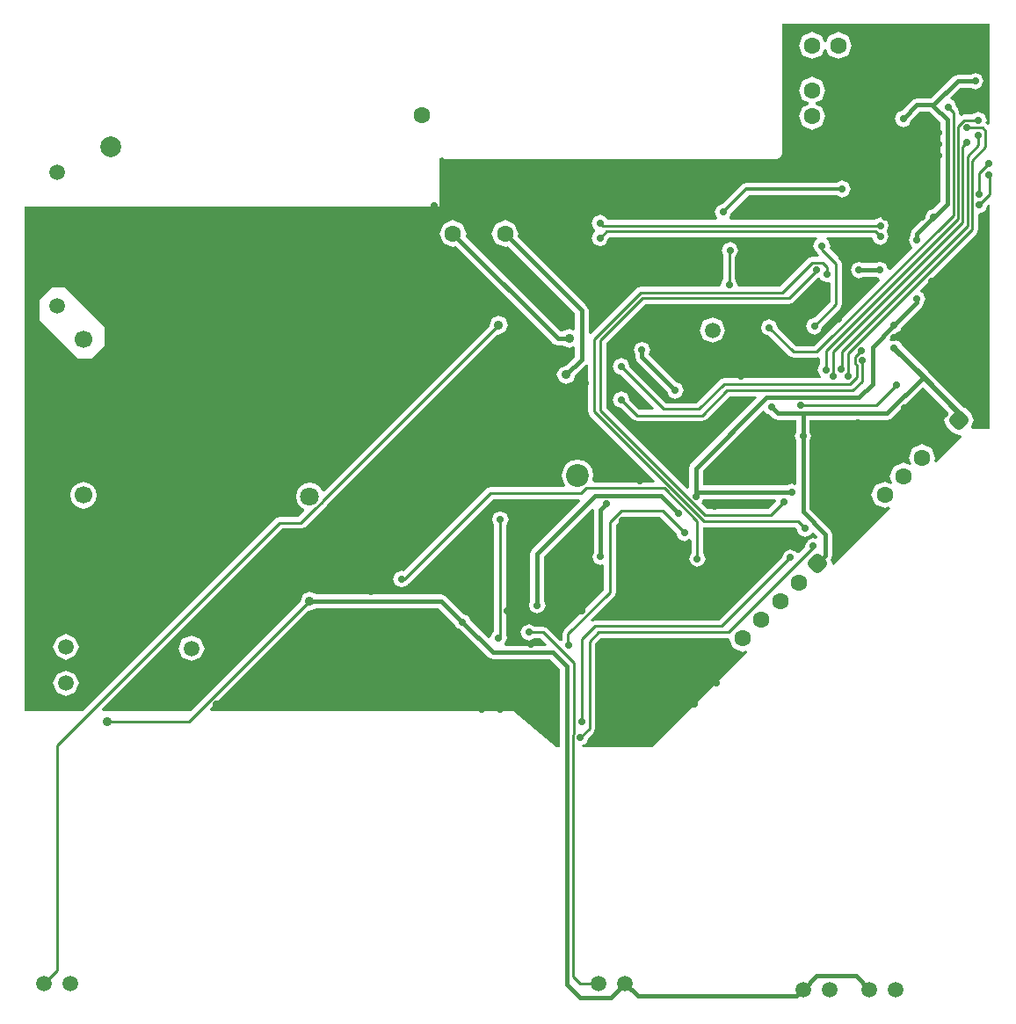
<source format=gbl>
G04 Layer_Physical_Order=2*
G04 Layer_Color=16711680*
%FSAX44Y44*%
%MOMM*%
G71*
G01*
G75*
%ADD10C,0.5000*%
%ADD13C,2.0000*%
%ADD46C,0.2500*%
%ADD47C,0.3000*%
%ADD48C,0.4000*%
%ADD49C,0.2540*%
%ADD59C,1.6000*%
G04:AMPARAMS|DCode=60|XSize=1.6mm|YSize=1.6mm|CornerRadius=0.4mm|HoleSize=0mm|Usage=FLASHONLY|Rotation=315.000|XOffset=0mm|YOffset=0mm|HoleType=Round|Shape=RoundedRectangle|*
%AMROUNDEDRECTD60*
21,1,1.6000,0.8000,0,0,315.0*
21,1,0.8000,1.6000,0,0,315.0*
1,1,0.8000,0.0000,-0.5657*
1,1,0.8000,-0.5657,0.0000*
1,1,0.8000,0.0000,0.5657*
1,1,0.8000,0.5657,0.0000*
%
%ADD60ROUNDEDRECTD60*%
%ADD61C,1.5000*%
%ADD62R,2.2000X2.2000*%
%ADD63C,2.2000*%
%ADD64C,1.7000*%
%ADD65C,1.8000*%
%ADD66C,0.7000*%
%ADD67C,0.6000*%
%ADD68C,0.9000*%
G36*
X01217894Y02254343D02*
X01217545Y02253500D01*
X01217560Y02253464D01*
X01210300Y02246204D01*
X01151452D01*
X01146153Y02251503D01*
X01146403Y02252760D01*
X01147748Y02256006D01*
X01216783D01*
X01217894Y02254343D01*
D02*
G37*
G36*
X01207201Y02340502D02*
X01207923Y02338760D01*
X01211842Y02337136D01*
X01215071Y02333908D01*
X01219663Y02332006D01*
X01237169D01*
Y02320420D01*
X01235545Y02316500D01*
X01237169Y02312580D01*
Y02270552D01*
X01235506Y02269440D01*
X01232663Y02270618D01*
X01228743Y02268994D01*
X01147157D01*
Y02282810D01*
X01205240Y02340892D01*
X01207201Y02340502D01*
D02*
G37*
G36*
X01383926Y02339287D02*
X01382480Y02337841D01*
X01379944Y02331718D01*
X01382480Y02325595D01*
X01388137Y02319939D01*
X01394260Y02317402D01*
X01395250Y02317812D01*
X01396364Y02316151D01*
X01371515Y02291122D01*
X01369850Y02292230D01*
X01371328Y02295797D01*
X01367524Y02304982D01*
X01358339Y02308786D01*
X01349155Y02304982D01*
X01345351Y02295797D01*
X01347866Y02289724D01*
X01346452Y02288310D01*
X01340379Y02290826D01*
X01331194Y02287021D01*
X01327390Y02277837D01*
X01329906Y02271764D01*
X01328492Y02270349D01*
X01322418Y02272865D01*
X01313234Y02269061D01*
X01309430Y02259876D01*
X01313234Y02250692D01*
X01322418Y02246888D01*
X01326527Y02248589D01*
X01327641Y02246929D01*
X01273543Y02192438D01*
X01271925Y02193515D01*
X01270267Y02197518D01*
X01271794Y02201205D01*
Y02221863D01*
X01269892Y02226456D01*
X01250157Y02246190D01*
Y02312580D01*
X01251781Y02316500D01*
X01250157Y02320420D01*
Y02332006D01*
X01324663D01*
X01329255Y02333908D01*
X01359280Y02363933D01*
X01383926Y02339287D01*
D02*
G37*
G36*
X01171793Y02121770D02*
X01173322Y02120361D01*
X01176583Y02112488D01*
X01185767Y02108684D01*
X01188933Y02109995D01*
X01190047Y02108334D01*
X01099147Y02016774D01*
X01031360D01*
X01030962Y02018774D01*
X01035153Y02020510D01*
X01037531Y02026250D01*
X01037507Y02026308D01*
X01041931Y02030732D01*
X01043596Y02034750D01*
Y02116396D01*
X01049054Y02121855D01*
X01170931D01*
X01171793Y02121770D01*
D02*
G37*
G36*
X00908299Y02135679D02*
X00909923Y02131760D01*
X00913842Y02130136D01*
X00940571Y02103408D01*
X00945163Y02101506D01*
X00999973D01*
X01009719Y02091760D01*
Y02016774D01*
X01006420D01*
X00964420Y02051774D01*
X00673040Y02051774D01*
X00672275Y02053622D01*
X00767454Y02148801D01*
X00768663Y02148300D01*
X00775169Y02150994D01*
X00775173Y02151006D01*
X00892973D01*
X00908299Y02135679D01*
D02*
G37*
G36*
X01121569Y02223558D02*
X01121545Y02223500D01*
X01123923Y02217760D01*
X01129663Y02215382D01*
X01134230Y02217274D01*
X01136230Y02215974D01*
Y02204264D01*
X01136173Y02204240D01*
X01133795Y02198500D01*
X01136173Y02192760D01*
X01141913Y02190382D01*
X01147653Y02192760D01*
X01150031Y02198500D01*
X01147653Y02204240D01*
X01147596Y02204264D01*
Y02228250D01*
X01148413Y02228796D01*
X01236207D01*
X01237545Y02227500D01*
X01239923Y02221760D01*
X01245663Y02219382D01*
X01251403Y02221760D01*
X01252125Y02223502D01*
X01254087Y02223892D01*
X01257974Y02220005D01*
X01257894Y02219029D01*
X01255793Y02217734D01*
X01253661Y02218617D01*
X01247921Y02216239D01*
X01245544Y02210499D01*
X01245861Y02209734D01*
X01239837Y02203710D01*
X01237875Y02204100D01*
X01237403Y02205240D01*
X01231663Y02207618D01*
X01225923Y02205240D01*
X01223545Y02199500D01*
X01223569Y02199442D01*
X01163309Y02139183D01*
X01043413D01*
X01040572Y02138006D01*
X01039452Y02139707D01*
X01061681Y02161936D01*
X01063346Y02165954D01*
Y02231146D01*
X01071017Y02238817D01*
X01106309D01*
X01121569Y02223558D01*
D02*
G37*
G36*
X01423424Y02538877D02*
X01423792Y02538724D01*
Y02323503D01*
X01406561Y02323503D01*
X01405796Y02325351D01*
X01406040Y02325595D01*
X01408576Y02331718D01*
X01406040Y02337841D01*
X01400383Y02343498D01*
X01399071Y02344041D01*
X01364638Y02378475D01*
X01338486Y02404627D01*
X01337403Y02407240D01*
X01331663Y02409618D01*
X01328472Y02408296D01*
X01327339Y02409992D01*
X01333484Y02416136D01*
X01337403Y02417760D01*
X01339027Y02421679D01*
X01358255Y02440908D01*
X01358943Y02442569D01*
X01359403Y02442760D01*
X01361781Y02448500D01*
X01359403Y02454240D01*
X01356849Y02455298D01*
X01356459Y02457260D01*
X01410727Y02511528D01*
X01412391Y02515546D01*
Y02530209D01*
X01413459Y02530922D01*
X01419199Y02533300D01*
X01421577Y02539040D01*
X01423424Y02538877D01*
D02*
G37*
G36*
X01423792Y02617235D02*
X01421792Y02616407D01*
X01420681Y02617518D01*
X01419712Y02617920D01*
X01420781Y02620500D01*
X01418403Y02626240D01*
X01412663Y02628618D01*
X01406923Y02626240D01*
X01406899Y02626183D01*
X01398663D01*
X01396346Y02625222D01*
X01394346Y02626559D01*
Y02628500D01*
X01392681Y02632518D01*
X01391757Y02633442D01*
X01391781Y02633500D01*
X01389403Y02639240D01*
X01386247Y02640548D01*
X01385857Y02642509D01*
X01395353Y02652006D01*
X01405743D01*
X01409663Y02650382D01*
X01415403Y02652760D01*
X01417781Y02658500D01*
X01415403Y02664240D01*
X01409663Y02666618D01*
X01405743Y02664995D01*
X01392663D01*
X01388071Y02663092D01*
X01366973Y02641994D01*
X01353663D01*
X01349071Y02640092D01*
X01338592Y02629614D01*
X01334673Y02627990D01*
X01332295Y02622250D01*
X01334673Y02616510D01*
X01340413Y02614132D01*
X01346153Y02616510D01*
X01347777Y02620429D01*
X01356353Y02629006D01*
X01365973D01*
X01376169Y02618810D01*
Y02542690D01*
X01368696Y02535217D01*
X01363923Y02533240D01*
X01361946Y02528467D01*
X01349071Y02515592D01*
X01347169Y02511000D01*
Y02509420D01*
X01345545Y02505500D01*
X01347923Y02499760D01*
X01348355Y02499581D01*
X01348746Y02497619D01*
X01327629Y02476502D01*
X01325493Y02477195D01*
X01323403Y02482240D01*
X01317663Y02484618D01*
X01313743Y02482994D01*
X01301583D01*
X01297663Y02484618D01*
X01291923Y02482240D01*
X01289545Y02476500D01*
X01291923Y02470760D01*
X01297663Y02468382D01*
X01301583Y02470006D01*
X01313743D01*
X01316968Y02468670D01*
X01317661Y02466534D01*
X01254309Y02403183D01*
X01237017D01*
X01219257Y02420942D01*
X01219281Y02421000D01*
X01216903Y02426740D01*
X01211163Y02429118D01*
X01205423Y02426740D01*
X01203045Y02421000D01*
X01205423Y02415260D01*
X01211163Y02412882D01*
X01211221Y02412906D01*
X01230645Y02393482D01*
X01234663Y02391817D01*
X01256663D01*
X01258317Y02392503D01*
X01259980Y02391392D01*
Y02386264D01*
X01259923Y02386240D01*
X01257545Y02380500D01*
X01259923Y02374760D01*
X01261316Y02374183D01*
X01260919Y02372183D01*
X01167663D01*
X01163645Y02370518D01*
X01141309Y02348183D01*
X01112017D01*
X01076757Y02383442D01*
X01076781Y02383500D01*
X01074403Y02389240D01*
X01068663Y02391618D01*
X01062923Y02389240D01*
X01060545Y02383500D01*
X01062923Y02377760D01*
X01068663Y02375382D01*
X01068721Y02375406D01*
X01100096Y02344030D01*
X01099331Y02342183D01*
X01086017D01*
X01076757Y02351442D01*
X01076781Y02351500D01*
X01074403Y02357240D01*
X01068663Y02359618D01*
X01062923Y02357240D01*
X01060545Y02351500D01*
X01062923Y02345760D01*
X01068663Y02343382D01*
X01068721Y02343406D01*
X01079645Y02332482D01*
X01083663Y02330818D01*
X01146663D01*
X01150681Y02332482D01*
X01173017Y02354818D01*
X01198183D01*
X01198948Y02352970D01*
X01136071Y02290092D01*
X01134169Y02285500D01*
Y02266316D01*
X01132169Y02265487D01*
X01054367Y02343289D01*
Y02406387D01*
X01091776Y02443796D01*
X01230663D01*
X01230663Y02443796D01*
X01234697Y02445466D01*
X01257947Y02468717D01*
X01260128Y02468678D01*
X01260923Y02466760D01*
X01266663Y02464382D01*
X01268317Y02465067D01*
X01269980Y02463956D01*
Y02445854D01*
X01254721Y02430594D01*
X01254663Y02430618D01*
X01248923Y02428240D01*
X01246545Y02422500D01*
X01248923Y02416760D01*
X01254663Y02414382D01*
X01260403Y02416760D01*
X01262781Y02422500D01*
X01262757Y02422558D01*
X01279681Y02439482D01*
X01281346Y02443500D01*
Y02482750D01*
X01279681Y02486768D01*
X01269055Y02497394D01*
X01270031Y02499750D01*
X01267653Y02505490D01*
X01266260Y02506068D01*
X01266657Y02508067D01*
X01310328D01*
X01312423Y02503010D01*
X01318163Y02500632D01*
X01323903Y02503010D01*
X01326281Y02508750D01*
X01324296Y02513543D01*
X01326572Y02519039D01*
X01324194Y02524779D01*
X01318454Y02527157D01*
X01312714Y02524779D01*
X01312690Y02524722D01*
X01173678D01*
X01172882Y02526722D01*
X01174918Y02531636D01*
X01191829Y02548547D01*
X01276437D01*
X01281663Y02546382D01*
X01287403Y02548760D01*
X01289781Y02554500D01*
X01287403Y02560240D01*
X01281663Y02562618D01*
X01276437Y02560453D01*
X01189363D01*
X01185154Y02558710D01*
X01166499Y02540055D01*
X01161273Y02537890D01*
X01158895Y02532150D01*
X01161144Y02526722D01*
X01160348Y02524722D01*
X01054947D01*
X01053903Y02527240D01*
X01048163Y02529618D01*
X01042423Y02527240D01*
X01040045Y02521500D01*
X01042423Y02515760D01*
X01043352Y02515375D01*
Y02513375D01*
X01042423Y02512990D01*
X01040045Y02507250D01*
X01042423Y02501510D01*
X01048163Y02499132D01*
X01053903Y02501510D01*
X01056281Y02507250D01*
X01058107Y02508067D01*
X01257169D01*
X01257566Y02506068D01*
X01256173Y02505490D01*
X01253795Y02499750D01*
X01256173Y02494010D01*
X01257488Y02493465D01*
X01257895Y02492482D01*
X01259325Y02491052D01*
X01258559Y02489204D01*
X01252663D01*
X01252663Y02489204D01*
X01248630Y02487534D01*
X01248630Y02487534D01*
X01221530Y02460434D01*
X01181725D01*
X01180614Y02462097D01*
X01180781Y02462500D01*
X01178403Y02468240D01*
X01178346Y02468264D01*
Y02489425D01*
X01179153Y02489760D01*
X01181531Y02495500D01*
X01179153Y02501240D01*
X01173413Y02503618D01*
X01167673Y02501240D01*
X01165295Y02495500D01*
X01166981Y02491431D01*
Y02468264D01*
X01166923Y02468240D01*
X01164545Y02462500D01*
X01164712Y02462097D01*
X01163601Y02460434D01*
X01087352D01*
X01083318Y02458763D01*
X01083318Y02458763D01*
X01039157Y02414603D01*
X01037157Y02415349D01*
Y02437500D01*
X01035255Y02442092D01*
X00968538Y02508810D01*
X00969652Y02511500D01*
X00965847Y02520684D01*
X00956663Y02524489D01*
X00947479Y02520684D01*
X00943674Y02511500D01*
X00947479Y02502316D01*
X00956663Y02498511D01*
X00959353Y02499626D01*
X01024169Y02434810D01*
Y02419220D01*
X01022506Y02418109D01*
X01018663Y02419700D01*
X01012158Y02417006D01*
X01010305Y02417042D01*
X00918537Y02508810D01*
X00919652Y02511500D01*
X00915847Y02520684D01*
X00906663Y02524489D01*
X00897479Y02520684D01*
X00893674Y02511500D01*
X00897479Y02502316D01*
X00906663Y02498511D01*
X00909353Y02499626D01*
X01003071Y02405908D01*
X01007663Y02404006D01*
X01012153D01*
X01012157Y02403994D01*
X01018663Y02401300D01*
X01022506Y02402891D01*
X01024169Y02401780D01*
Y02393190D01*
X01015674Y02384696D01*
X01015663Y02384700D01*
X01009157Y02382006D01*
X01006463Y02375500D01*
X01009157Y02368994D01*
X01015663Y02366300D01*
X01022169Y02368994D01*
X01024863Y02375500D01*
X01024859Y02375511D01*
X01034959Y02385611D01*
X01036959Y02385192D01*
Y02340250D01*
X01036959Y02340250D01*
X01038630Y02336216D01*
X01101066Y02273780D01*
X01100300Y02271933D01*
X01042537D01*
X01041048Y02273933D01*
X01041957Y02278500D01*
X01040793Y02284353D01*
X01037477Y02289314D01*
X01032516Y02292630D01*
X01026663Y02293794D01*
X01020810Y02292630D01*
X01015849Y02289314D01*
X01012533Y02284353D01*
X01011369Y02278500D01*
X01012533Y02272647D01*
X01014848Y02269183D01*
X01013779Y02267183D01*
X00942663D01*
X00938645Y02265518D01*
X00859092Y02185965D01*
X00856913Y02186868D01*
X00851173Y02184490D01*
X00848795Y02178750D01*
X00851173Y02173010D01*
X00856913Y02170632D01*
X00862653Y02173010D01*
X00863250Y02174449D01*
X00863931Y02174732D01*
X00945017Y02255818D01*
X01028218D01*
X01029046Y02253817D01*
X00983071Y02207842D01*
X00981169Y02203250D01*
Y02157420D01*
X00979545Y02153500D01*
X00981923Y02147760D01*
X00987663Y02145382D01*
X00993403Y02147760D01*
X00995781Y02153500D01*
X00994157Y02157420D01*
Y02200560D01*
X01040645Y02247047D01*
X01042340Y02245915D01*
X01042169Y02245500D01*
Y02204420D01*
X01040545Y02200500D01*
X01042923Y02194760D01*
X01048663Y02192382D01*
X01050318Y02193067D01*
X01051981Y02191956D01*
Y02168308D01*
X01013418Y02129745D01*
X01011753Y02125727D01*
Y02120228D01*
X01011554Y02119747D01*
X01009593Y02119357D01*
X00997431Y02131518D01*
X00993413Y02133183D01*
X00985427D01*
X00985403Y02133240D01*
X00979663Y02135618D01*
X00973923Y02133240D01*
X00971545Y02127500D01*
X00973923Y02121760D01*
X00979663Y02119382D01*
X00985403Y02121760D01*
X00985427Y02121817D01*
X00991059D01*
X00996535Y02116342D01*
X00995769Y02114494D01*
X00957251D01*
X00956500Y02116494D01*
X00958781Y02122000D01*
X00957596Y02124862D01*
Y02230132D01*
X00957903Y02230260D01*
X00960281Y02236000D01*
X00957903Y02241740D01*
X00952163Y02244118D01*
X00946423Y02241740D01*
X00944045Y02236000D01*
X00946230Y02230724D01*
Y02128282D01*
X00944923Y02127740D01*
X00942730Y02122446D01*
X00940697Y02121650D01*
X00923027Y02139321D01*
X00921403Y02143240D01*
X00917484Y02144864D01*
X00900255Y02162092D01*
X00895663Y02163994D01*
X00775173D01*
X00775169Y02164006D01*
X00768663Y02166700D01*
X00762157Y02164006D01*
X00759463Y02157500D01*
X00759644Y02157063D01*
X00654354Y02051774D01*
X00568886Y02051774D01*
X00568121Y02053622D01*
X00741817Y02227318D01*
X00760163D01*
X00764181Y02228982D01*
X00777202Y02242003D01*
X00777755Y02242232D01*
X00784931Y02249408D01*
X00785160Y02249961D01*
X00949840Y02414641D01*
X00950663Y02414300D01*
X00957169Y02416994D01*
X00959863Y02423500D01*
X00957169Y02430006D01*
X00950663Y02432700D01*
X00944157Y02430006D01*
X00941463Y02423500D01*
X00941804Y02422677D01*
X00782777Y02263651D01*
X00780493Y02264195D01*
X00778036Y02267872D01*
X00773735Y02270746D01*
X00768663Y02271755D01*
X00763591Y02270746D01*
X00759291Y02267872D01*
X00756417Y02263572D01*
X00755408Y02258500D01*
X00756417Y02253428D01*
X00759291Y02249128D01*
X00762968Y02246670D01*
X00763512Y02244386D01*
X00757809Y02238683D01*
X00739463D01*
X00735445Y02237018D01*
X00550201Y02051774D01*
X00493534D01*
Y02537890D01*
X00891792Y02537890D01*
X00893273Y02537890D01*
X00893663Y02537500D01*
X00893792Y02537629D01*
X00893792Y02539675D01*
Y02583869D01*
X00895792Y02584818D01*
X00898663Y02583629D01*
X01218663D01*
X01222107Y02585056D01*
X01223534Y02588500D01*
Y02713629D01*
X01423792D01*
Y02617235D01*
D02*
G37*
%LPC*%
G36*
X00533663Y02125948D02*
X00524861Y02122302D01*
X00521216Y02113500D01*
X00524861Y02104698D01*
X00533663Y02101053D01*
X00542465Y02104698D01*
X00546110Y02113500D01*
X00542465Y02122302D01*
X00533663Y02125948D01*
D02*
G37*
G36*
X00654663Y02124447D02*
X00645861Y02120802D01*
X00642215Y02112000D01*
X00645861Y02103198D01*
X00654663Y02099552D01*
X00663465Y02103198D01*
X00667111Y02112000D01*
X00663465Y02120802D01*
X00654663Y02124447D01*
D02*
G37*
G36*
X01277663Y02705739D02*
X01268479Y02701935D01*
X01266163Y02696344D01*
X01264163D01*
X01261847Y02701935D01*
X01252663Y02705739D01*
X01243479Y02701935D01*
X01239674Y02692750D01*
X01243479Y02683566D01*
X01252663Y02679761D01*
X01261847Y02683566D01*
X01264163Y02689156D01*
X01266163D01*
X01268479Y02683566D01*
X01277663Y02679761D01*
X01286847Y02683566D01*
X01290652Y02692750D01*
X01286847Y02701935D01*
X01277663Y02705739D01*
D02*
G37*
G36*
X00533663Y02090948D02*
X00524861Y02087302D01*
X00521216Y02078500D01*
X00524861Y02069698D01*
X00533663Y02066053D01*
X00542465Y02069698D01*
X00546110Y02078500D01*
X00542465Y02087302D01*
X00533663Y02090948D01*
D02*
G37*
G36*
X00532663Y02459500D02*
X00519913D01*
X00507913Y02447500D01*
X00507913Y02428000D01*
X00544663Y02391250D01*
X00557913Y02391250D01*
X00570663Y02404000D01*
Y02421500D01*
X00532663Y02459500D01*
D02*
G37*
G36*
X01088663Y02407618D02*
X01082923Y02405240D01*
X01080545Y02399500D01*
X01082169Y02395580D01*
Y02392500D01*
X01084071Y02387908D01*
X01113299Y02358679D01*
X01114923Y02354760D01*
X01120663Y02352382D01*
X01126403Y02354760D01*
X01128781Y02360500D01*
X01126403Y02366240D01*
X01122484Y02367864D01*
X01095157Y02395190D01*
Y02395580D01*
X01096781Y02399500D01*
X01094403Y02405240D01*
X01088663Y02407618D01*
D02*
G37*
G36*
X00550663Y02272245D02*
X00545786Y02271275D01*
X00541651Y02268512D01*
X00538888Y02264377D01*
X00537918Y02259500D01*
X00538888Y02254623D01*
X00541651Y02250488D01*
X00545786Y02247725D01*
X00550663Y02246755D01*
X00555540Y02247725D01*
X00559675Y02250488D01*
X00562438Y02254623D01*
X00563408Y02259500D01*
X00562438Y02264377D01*
X00559675Y02268512D01*
X00555540Y02271275D01*
X00550663Y02272245D01*
D02*
G37*
G36*
X01252663Y02662489D02*
X01243479Y02658684D01*
X01239674Y02649500D01*
X01243479Y02640316D01*
X01249069Y02638000D01*
Y02636000D01*
X01243479Y02633684D01*
X01239674Y02624500D01*
X01243479Y02615316D01*
X01252663Y02611511D01*
X01261847Y02615316D01*
X01265652Y02624500D01*
X01261847Y02633684D01*
X01256257Y02636000D01*
Y02638000D01*
X01261847Y02640316D01*
X01265652Y02649500D01*
X01261847Y02658684D01*
X01252663Y02662489D01*
D02*
G37*
G36*
X01156663Y02430948D02*
X01147861Y02427302D01*
X01144215Y02418500D01*
X01147861Y02409698D01*
X01156663Y02406053D01*
X01165465Y02409698D01*
X01169110Y02418500D01*
X01165465Y02427302D01*
X01156663Y02430948D01*
D02*
G37*
%LPD*%
D10*
X01359663Y02373500D02*
X01394260Y02338903D01*
X01331663Y02401500D02*
X01359663Y02373500D01*
X01394260Y02331718D02*
Y02338903D01*
D13*
X00576663Y02595500D02*
D03*
X00598663Y02495500D02*
D03*
D46*
X01172663Y02462500D02*
Y02496750D01*
X01173413D01*
X01423705Y02549286D02*
Y02568292D01*
X00951913Y02122000D02*
Y02235750D01*
X01030913Y02041500D02*
Y02120500D01*
X01030663Y02120750D02*
X01030913Y02120500D01*
X01030663Y02120750D02*
X01043413Y02133500D01*
X01022913Y02029296D02*
Y02098000D01*
X01037913Y02034750D02*
Y02118750D01*
X01029413Y02026250D02*
X01037913Y02034750D01*
X01022663Y01795500D02*
X01028663Y01789500D01*
X01022663Y01795500D02*
Y02029046D01*
X01022913Y02029296D01*
X00856913Y02178750D02*
X00859913D01*
X00942663Y02261500D01*
X01313163Y02513750D02*
X01318163Y02508750D01*
X01054663Y02513750D02*
X01313163D01*
X01048163Y02507250D02*
X01054663Y02513750D01*
X01141913Y02198500D02*
Y02234608D01*
X01110271Y02266250D02*
X01141913Y02234608D01*
X01034566Y02266250D02*
X01110271D01*
X01029816Y02261500D02*
X01034566Y02266250D01*
X00942663Y02261500D02*
X01029816D01*
X00993413Y02127500D02*
X01022913Y02098000D01*
X00979663Y02127500D02*
X00993413D01*
X00950663Y02122000D02*
X00951913D01*
Y02235750D02*
X00952163Y02236000D01*
X01017436Y02115977D02*
X01017913Y02115500D01*
X01017436Y02115977D02*
Y02125727D01*
X01057663Y02165954D01*
Y02233500D01*
X01046700Y02127537D02*
X01171700D01*
X01037913Y02118750D02*
X01046700Y02127537D01*
X01043413Y02133500D02*
X01165663D01*
X01028663Y01789500D02*
X01046963D01*
X01173413Y02495500D02*
Y02496750D01*
X01050624Y02519039D02*
X01318454D01*
X01287663Y02396500D02*
X01406709Y02515546D01*
Y02581846D01*
X01402209Y02519046D02*
Y02586046D01*
X01397709Y02522546D02*
Y02595546D01*
X01393209Y02526046D02*
Y02615045D01*
X01388663Y02529500D02*
Y02628500D01*
X01265663Y02398500D02*
X01393209Y02526046D01*
X01256663Y02397500D02*
X01388663Y02529500D01*
X01422459Y02568292D02*
X01423705D01*
X01280913Y02397750D02*
X01402209Y02519046D01*
X01272661Y02397498D02*
X01397709Y02522546D01*
X00760163Y02233000D02*
X00773413Y02246250D01*
X00739463Y02233000D02*
X00760163D01*
X00524913Y02018450D02*
X00739463Y02233000D01*
X00780913Y02253750D02*
X00950663Y02423500D01*
X00780913Y02253426D02*
Y02253750D01*
X00773737Y02246250D02*
X00780913Y02253426D01*
X00773413Y02246250D02*
X00773737D01*
X01393209Y02615045D02*
X01398663Y02620500D01*
X01397709Y02595546D02*
X01401663Y02599500D01*
X01402209Y02586046D02*
X01412663Y02596500D01*
X01406709Y02581846D02*
X01419663Y02594800D01*
X01287663Y02374500D02*
Y02396500D01*
X01280913Y02381750D02*
Y02397750D01*
X01234663Y02397500D02*
X01256663D01*
X01401663Y02613500D02*
X01416663D01*
X01398663Y02620500D02*
X01412663D01*
X00573663Y02041500D02*
X00652117D01*
X00768117Y02157500D01*
X00768663D01*
X01211163Y02421000D02*
X01234663Y02397500D01*
X01314163Y02346000D02*
X01333663Y02365500D01*
X01241663Y02346000D02*
X01314163D01*
X01171700Y02127537D02*
X01253661Y02209498D01*
Y02210499D01*
X01165663Y02133500D02*
X01231663Y02199500D01*
Y02199500D02*
Y02199500D01*
X01069663Y02233500D02*
X01084663Y02218500D01*
X01069663Y02233500D02*
Y02235500D01*
X01057663Y02233500D02*
X01068663Y02244500D01*
X01300661Y02369498D02*
Y02389499D01*
X01068663Y02383500D02*
X01069663D01*
X01412663Y02596500D02*
Y02606500D01*
X01280163Y02381000D02*
X01280913Y02381750D01*
X01416663Y02613500D02*
X01419663Y02610500D01*
Y02594800D02*
Y02610500D01*
X01293911Y02386703D02*
Y02392748D01*
X01299663Y02398500D01*
X01272661Y02374499D02*
Y02397498D01*
X01265663Y02380500D02*
Y02398500D01*
X01068663Y02244500D02*
X01108663D01*
X01129663Y02223500D01*
X01068663Y02383500D02*
X01109663Y02342500D01*
X01143663D01*
X01167663Y02366500D01*
X01289209D01*
X01146663Y02336500D02*
X01170663Y02360500D01*
X01291663D01*
X01300661Y02369498D01*
X01383663Y02633500D02*
X01388663Y02628500D01*
X00512963Y01789500D02*
X00524913Y01801450D01*
Y02018450D01*
X01068663Y02351500D02*
X01083663Y02336500D01*
X01146663D01*
X01289209Y02366500D02*
X01295913Y02373204D01*
Y02384701D01*
X01293911Y02386703D02*
X01295913Y02384701D01*
X01413459Y02539040D02*
X01423705Y02549286D01*
X01413459Y02549291D02*
Y02569792D01*
X01422459Y02578792D01*
X01261913Y02496500D02*
Y02499750D01*
Y02496500D02*
X01275663Y02482750D01*
X01254663Y02422500D02*
X01275663Y02443500D01*
Y02482750D01*
X01048163Y02521500D02*
X01050624Y02519039D01*
D47*
X01167013Y02532150D02*
X01189363Y02554500D01*
X01281663D01*
D48*
X01237463Y01777000D02*
X01243963Y01783500D01*
X01294963Y01796500D02*
X01307963Y01783500D01*
X01243963D02*
X01256963Y01796500D01*
X01043413Y02259000D02*
X01107163D01*
X00987663Y02203250D02*
X01043413Y02259000D01*
X00987663Y02153500D02*
Y02203250D01*
X01107163Y02259000D02*
X01123663Y02242500D01*
X01359663Y02373500D02*
X01359913Y02373750D01*
X01324663Y02338500D02*
X01359663Y02373500D01*
X01016213Y01788200D02*
Y02094450D01*
X01002663Y02108000D02*
X01016213Y02094450D01*
X00945163Y02108000D02*
X01002663D01*
X00915663Y02137500D02*
X00945163Y02108000D01*
X01058563Y01775700D02*
X01072363Y01789500D01*
X01028713Y01775700D02*
X01058563D01*
X01016213Y01788200D02*
X01028713Y01775700D01*
X01353663Y02445500D02*
Y02448500D01*
X01084863Y01777000D02*
X01237463D01*
X01072363Y01789500D02*
X01084863Y01777000D01*
X01353663Y02505500D02*
Y02511000D01*
X01030663Y02390500D02*
Y02437500D01*
X01015663Y02375500D02*
X01030663Y02390500D01*
X00956663Y02511500D02*
X01030663Y02437500D01*
X01243663Y02338500D02*
X01324663D01*
X01219663D02*
X01243663D01*
X01213663Y02344500D02*
X01219663Y02338500D01*
X01243663Y02316500D02*
Y02338500D01*
X01257609Y02193515D02*
X01265300Y02201205D01*
Y02221863D01*
X01256963Y01796500D02*
X01294963D01*
X01392663Y02658500D02*
X01409663D01*
X01369663Y02635500D02*
X01392663Y02658500D01*
X01353663Y02635500D02*
X01369663D01*
X01340413Y02622250D02*
X01353663Y02635500D01*
X01048663Y02200500D02*
Y02245500D01*
X01054663Y02251500D01*
X01297663Y02476500D02*
X01317663D01*
X01310663Y02366500D02*
Y02402500D01*
X01331663Y02423500D01*
Y02423500D01*
X01353663Y02445500D01*
X01208663Y02353500D02*
X01297663D01*
X01140663Y02285500D02*
X01208663Y02353500D01*
X01297663D02*
X01310663Y02366500D01*
X01243663Y02243500D02*
Y02316500D01*
Y02243500D02*
X01265300Y02221863D01*
X01141663Y02262500D02*
X01232663D01*
X01140663Y02263500D02*
X01141663Y02262500D01*
X01140663Y02258500D02*
Y02263500D01*
Y02285500D01*
X01369663Y02634500D02*
X01382663Y02621500D01*
X01369663Y02634500D02*
Y02635500D01*
X00906663Y02511500D02*
X01007663Y02410500D01*
X01018663D01*
X01088663Y02392500D02*
Y02399500D01*
Y02392500D02*
X01120663Y02360500D01*
X01382663Y02540000D02*
Y02621500D01*
X00768663Y02157500D02*
X00895663D01*
X00915663Y02137500D01*
X01353663Y02511000D02*
X01382663Y02540000D01*
D49*
X01148413Y02234500D02*
X01238663D01*
X01042663Y02340250D02*
X01148413Y02234500D01*
X01042663Y02340250D02*
Y02410041D01*
X01149089Y02240500D02*
X01212663D01*
X01048663Y02340926D02*
Y02408750D01*
Y02340926D02*
X01149089Y02240500D01*
X01042663Y02410041D02*
X01087352Y02454730D01*
X01223893D02*
X01252663Y02483500D01*
X01087352Y02454730D02*
X01223893D01*
X01256663Y02475500D02*
Y02476500D01*
X01230663Y02449500D02*
X01256663Y02475500D01*
X01212663Y02240500D02*
X01225663Y02253500D01*
X01238663Y02234500D02*
X01245663Y02227500D01*
X01252663Y02483500D02*
X01262663D01*
X01266663Y02479500D01*
Y02472500D02*
Y02479500D01*
X01048663Y02408750D02*
X01089413Y02449500D01*
X01230663D01*
D59*
X01203728Y02139633D02*
D03*
X01239649Y02175554D02*
D03*
X01185767Y02121673D02*
D03*
X01221688Y02157594D02*
D03*
X01167807Y02103712D02*
D03*
X01322418Y02259876D02*
D03*
X01340379Y02277837D02*
D03*
X01376300Y02313758D02*
D03*
X01358339Y02295797D02*
D03*
X00824663Y02063500D02*
D03*
X00956663Y02511500D02*
D03*
X00906663D02*
D03*
X00876663Y02625500D02*
D03*
X01252663Y02649500D02*
D03*
Y02624500D02*
D03*
Y02692750D02*
D03*
X01277663D02*
D03*
D60*
X01257609Y02193515D02*
D03*
X01394260Y02331718D02*
D03*
D61*
X01156663Y02468500D02*
D03*
Y02418500D02*
D03*
X00654663Y02112000D02*
D03*
Y02077000D02*
D03*
X00533663Y02113500D02*
D03*
Y02078500D02*
D03*
X00525663Y02570790D02*
D03*
Y02442210D02*
D03*
X01333363Y01783500D02*
D03*
X01307963D02*
D03*
X01269363D02*
D03*
X01243963D02*
D03*
X00512963Y01789500D02*
D03*
X00538363D02*
D03*
X01046963Y01789500D02*
D03*
X01072363D02*
D03*
D62*
X01278663Y02278500D02*
D03*
Y02303500D02*
D03*
Y02253500D02*
D03*
D63*
X01026663Y02278500D02*
D03*
D64*
X00550663Y02409500D02*
D03*
Y02259500D02*
D03*
D65*
X00768663Y02258500D02*
D03*
D66*
X00934163Y02053500D02*
D03*
X00951663D02*
D03*
X00986663Y02053000D02*
D03*
X00910663Y02055500D02*
D03*
X00934163Y02079750D02*
D03*
X00954163D02*
D03*
X00971913D02*
D03*
X00988413D02*
D03*
X01006413D02*
D03*
X01083913Y02054250D02*
D03*
X01066413Y02053250D02*
D03*
X01047163Y02079500D02*
D03*
X01068663Y02079750D02*
D03*
X01101163Y02056500D02*
D03*
X01005413Y02053500D02*
D03*
X01047413Y02053250D02*
D03*
X01030913Y02041500D02*
D03*
X01029413Y02026250D02*
D03*
X01281163Y02539750D02*
D03*
X01249413Y02408500D02*
D03*
X01338663Y02635750D02*
D03*
X01264163Y02668500D02*
D03*
X01280413Y02616000D02*
D03*
X00824413Y02079500D02*
D03*
X00827413Y02166500D02*
D03*
X00856913Y02178750D02*
D03*
X01194913Y02528000D02*
D03*
X01230163Y02439250D02*
D03*
X01367663Y02465750D02*
D03*
X01125913Y02503750D02*
D03*
X01141913Y02198500D02*
D03*
X00979663Y02127500D02*
D03*
X00950663Y02122000D02*
D03*
X01017913Y02115500D02*
D03*
X01030663Y02148500D02*
D03*
X00981188Y02116019D02*
D03*
X00952163Y02236000D02*
D03*
X01048163Y02507250D02*
D03*
X01173413Y02495500D02*
D03*
X01167013Y02532150D02*
D03*
X01353663Y02448500D02*
D03*
X01413459Y02539040D02*
D03*
Y02549291D02*
D03*
X01422459Y02568292D02*
D03*
X01369663Y02527500D02*
D03*
X01422459Y02578792D02*
D03*
X01048163Y02521500D02*
D03*
X01261913Y02499750D02*
D03*
X01318454Y02519039D02*
D03*
X01358663Y02527500D02*
D03*
X01346163D02*
D03*
X01322913D02*
D03*
X01334663D02*
D03*
X01353663Y02505500D02*
D03*
X01240663Y02564500D02*
D03*
X01401663Y02613500D02*
D03*
X01412663Y02620500D02*
D03*
X01401663Y02599500D02*
D03*
X01172663Y02462500D02*
D03*
X01211163Y02421000D02*
D03*
X01333663Y02365500D02*
D03*
X01241663Y02346000D02*
D03*
X01253661Y02210499D02*
D03*
X01231663Y02199500D02*
D03*
X00668663Y02218500D02*
D03*
X00978663Y02228500D02*
D03*
X00938663D02*
D03*
X00918663Y02202500D02*
D03*
X00798663Y02198500D02*
D03*
X01418663Y02448500D02*
D03*
Y02698500D02*
D03*
X00988663Y02508500D02*
D03*
X00708663Y02298500D02*
D03*
X00908663D02*
D03*
Y02458500D02*
D03*
X00818663D02*
D03*
Y02378500D02*
D03*
X00708663D02*
D03*
X00888663Y02538500D02*
D03*
X00828663Y02508500D02*
D03*
X00768663D02*
D03*
X00708663D02*
D03*
X01398663Y02631500D02*
D03*
X01310663Y02558500D02*
D03*
X01338163Y02577500D02*
D03*
X01291663Y02216500D02*
D03*
X00608663Y02058500D02*
D03*
X00778663D02*
D03*
X00728663D02*
D03*
X00678663D02*
D03*
X00638663Y02268500D02*
D03*
Y02328500D02*
D03*
Y02388500D02*
D03*
Y02448500D02*
D03*
Y02508500D02*
D03*
X00498663Y02248500D02*
D03*
Y02338500D02*
D03*
Y02428500D02*
D03*
X01409663Y02658500D02*
D03*
X01281663Y02554500D02*
D03*
X01331663Y02401500D02*
D03*
X01277772Y02429270D02*
D03*
X00915663Y02137500D02*
D03*
X01183663Y02374500D02*
D03*
Y02386500D02*
D03*
Y02398500D02*
D03*
X01331663Y02423500D02*
D03*
X01331663Y02411500D02*
D03*
X01088663Y02399500D02*
D03*
X01068663Y02383500D02*
D03*
Y02351500D02*
D03*
X01300661Y02389499D02*
D03*
X01299663Y02398500D02*
D03*
X01265663Y02380500D02*
D03*
X01272661Y02374499D02*
D03*
X01280163Y02381000D02*
D03*
X01287663Y02374500D02*
D03*
X01383663Y02633500D02*
D03*
X01412663Y02606500D02*
D03*
X01068663Y02399500D02*
D03*
Y02364500D02*
D03*
X01034163Y02367000D02*
D03*
X01129663Y02223500D02*
D03*
X01031663Y02227500D02*
D03*
X01048663Y02200500D02*
D03*
X01069663Y02235500D02*
D03*
X01031663Y02189500D02*
D03*
X01032663Y02162500D02*
D03*
X01065663Y02157500D02*
D03*
X01061663Y02113500D02*
D03*
X01104663Y02112500D02*
D03*
X01148663Y02179500D02*
D03*
X01137663Y02106500D02*
D03*
Y02118500D02*
D03*
X01140663Y02146500D02*
D03*
X01118663Y02161500D02*
D03*
X00901663Y02064500D02*
D03*
X00884663Y02066500D02*
D03*
X00870663Y02058500D02*
D03*
X00882663Y02172500D02*
D03*
X00851663Y02132500D02*
D03*
X00767663Y02198500D02*
D03*
X01340413Y02622250D02*
D03*
X01373663Y02668500D02*
D03*
X01361663D02*
D03*
X01306663Y02664500D02*
D03*
Y02700500D02*
D03*
X01281661Y02488499D02*
D03*
X01254663Y02422500D02*
D03*
X01256663Y02476500D02*
D03*
X01266663Y02472500D02*
D03*
X01257663Y02305500D02*
D03*
X01243663Y02316500D02*
D03*
X01054663Y02251500D02*
D03*
X01193663Y02482500D02*
D03*
X01220663D02*
D03*
X00987663Y02153500D02*
D03*
X01014663Y02151500D02*
D03*
X01296663Y02329500D02*
D03*
X01120663Y02360500D02*
D03*
X01225663Y02253500D02*
D03*
X01245163Y02216000D02*
D03*
X01317663Y02476500D02*
D03*
X01297663D02*
D03*
X01140663Y02258500D02*
D03*
X01213663Y02344500D02*
D03*
X01245663Y02227500D02*
D03*
X01232663Y02262500D02*
D03*
X01123663Y02242500D02*
D03*
X01311663Y02236500D02*
D03*
X01318663Y02278500D02*
D03*
X01314663Y02314500D02*
D03*
X01341163Y02344000D02*
D03*
X01418663Y02378500D02*
D03*
X01168663Y02218500D02*
D03*
X01158663Y02248500D02*
D03*
X01160663Y02078500D02*
D03*
X01138663Y02058500D02*
D03*
X01068663Y02020500D02*
D03*
X00998663Y02028500D02*
D03*
X00968913Y02053000D02*
D03*
X00916163Y02073000D02*
D03*
X00958663Y02148500D02*
D03*
X00968663Y02188500D02*
D03*
X01086663Y02273500D02*
D03*
X01117663Y02292500D02*
D03*
X01090663Y02321500D02*
D03*
X01129663Y02322500D02*
D03*
X01153663D02*
D03*
X01128663Y02393500D02*
D03*
X01060663Y02296500D02*
D03*
X01014663Y02314500D02*
D03*
Y02296500D02*
D03*
Y02336500D02*
D03*
X01001663Y02355500D02*
D03*
X01008663Y02386500D02*
D03*
X01039663Y02322500D02*
D03*
X01177663Y02289500D02*
D03*
X01214663Y02290500D02*
D03*
X01202663Y02322500D02*
D03*
X01250663Y02383500D02*
D03*
X01207663Y02204500D02*
D03*
X01131663Y02195500D02*
D03*
X00992663Y02274500D02*
D03*
X00978663Y02363500D02*
D03*
Y02321500D02*
D03*
X01318663Y02489500D02*
D03*
X01380663Y02337500D02*
D03*
X01402663Y02356500D02*
D03*
X01108413Y02032250D02*
D03*
X01318163Y02508750D02*
D03*
X01082913Y02038250D02*
D03*
X01093413Y02048500D02*
D03*
X01127663Y02055000D02*
D03*
X01119663Y02043500D02*
D03*
X01097163Y02021250D02*
D03*
D67*
X01353663Y02597500D02*
D03*
X01364663D02*
D03*
X01375663D02*
D03*
X01353663Y02586500D02*
D03*
Y02608500D02*
D03*
X01364663Y02586500D02*
D03*
Y02608500D02*
D03*
X01375663Y02586500D02*
D03*
Y02608500D02*
D03*
X01094663Y02197500D02*
D03*
X01104663Y02190500D02*
D03*
Y02204500D02*
D03*
X01084663Y02204500D02*
D03*
Y02190500D02*
D03*
X01094663Y02183500D02*
D03*
Y02211500D02*
D03*
X01084663Y02218500D02*
D03*
X01104663Y02218500D02*
D03*
X01084663Y02176500D02*
D03*
X01104663Y02176500D02*
D03*
D68*
X00950663Y02423500D02*
D03*
X00573663Y02041500D02*
D03*
X00768663Y02157500D02*
D03*
X01018663Y02410500D02*
D03*
X01015663Y02375500D02*
D03*
M02*

</source>
